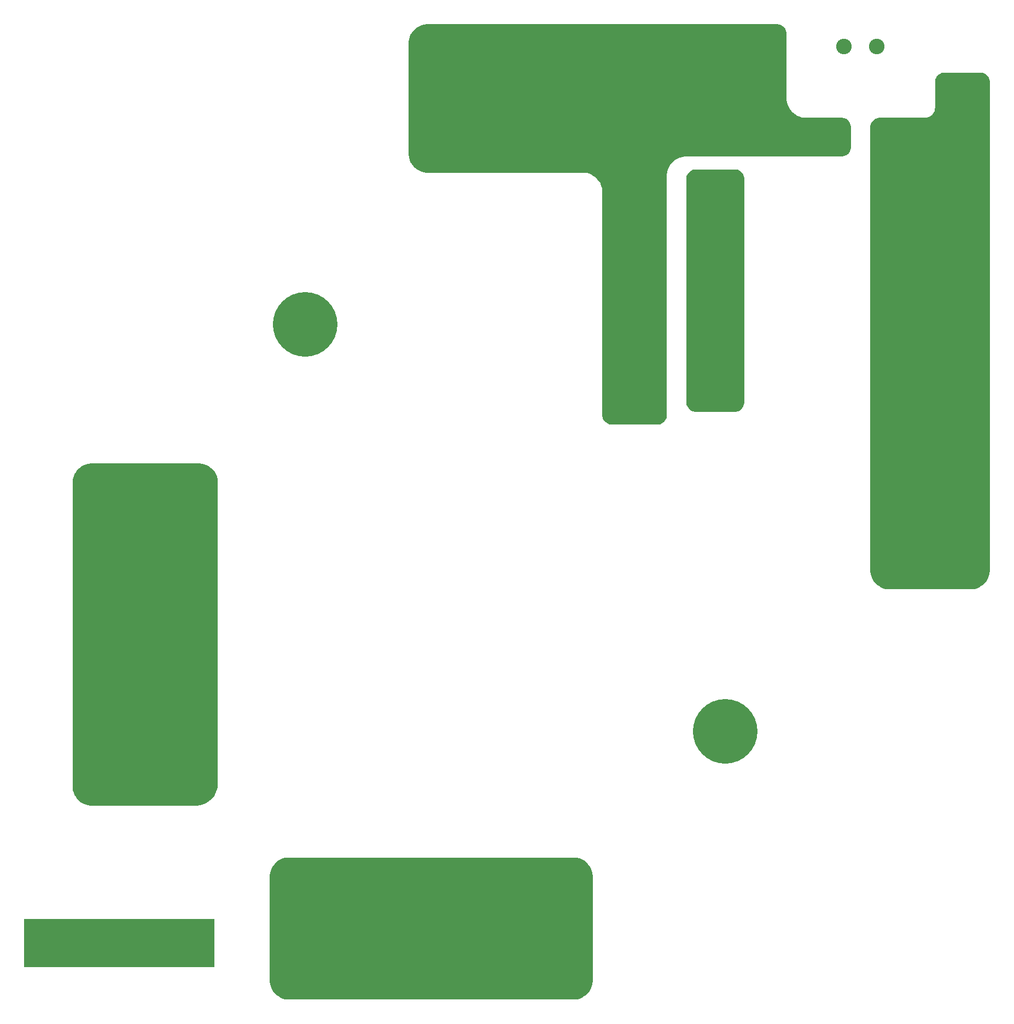
<source format=gbl>
G04 Layer_Physical_Order=2*
G04 Layer_Color=16711680*
%FSLAX44Y44*%
%MOMM*%
G71*
G01*
G75*
%ADD11C,2.0000*%
%ADD12C,2.5000*%
%ADD13C,2.0320*%
%ADD14C,2.4130*%
%ADD15C,7.0000*%
%ADD16C,10.0000*%
%ADD17C,0.9000*%
%ADD18R,29.5000X7.5000*%
G36*
X295000Y880000D02*
X296966D01*
X300865Y879487D01*
X304664Y878469D01*
X308297Y876964D01*
X311703Y874997D01*
X314823Y872604D01*
X317604Y869823D01*
X319998Y866703D01*
X321964Y863297D01*
X323469Y859664D01*
X324487Y855865D01*
X325000Y851966D01*
X325000Y850000D01*
X325000D01*
X325000Y850000D01*
X325000Y385000D01*
X325000Y382706D01*
X324401Y378157D01*
X323214Y373725D01*
X321458Y369487D01*
X319164Y365513D01*
X316371Y361873D01*
X313127Y358629D01*
X309487Y355836D01*
X305513Y353542D01*
X301274Y351786D01*
X296843Y350599D01*
X292294Y350000D01*
X290000Y350000D01*
X290000Y350000D01*
Y350000D01*
X130000Y350000D01*
X128034Y350000D01*
X124135Y350513D01*
X120336Y351531D01*
X116703Y353036D01*
X113297Y355002D01*
X110177Y357396D01*
X107396Y360177D01*
X105002Y363297D01*
X103036Y366703D01*
X101531Y370336D01*
X100513Y374135D01*
X100000Y378034D01*
X100000Y380000D01*
X100000Y380000D01*
Y850000D01*
Y851966D01*
X100513Y855865D01*
X101531Y859664D01*
X103036Y863297D01*
X105002Y866703D01*
X107396Y869823D01*
X110177Y872604D01*
X113297Y874997D01*
X116703Y876964D01*
X120336Y878469D01*
X124135Y879487D01*
X128034Y880000D01*
X130000D01*
X130000Y880000D01*
X295000Y880000D01*
D02*
G37*
G36*
X875000Y270000D02*
X875000Y270000D01*
X876966D01*
X880865Y269487D01*
X884664Y268469D01*
X888297Y266964D01*
X891703Y264998D01*
X894823Y262603D01*
X897604Y259823D01*
X899998Y256703D01*
X901964Y253297D01*
X903469Y249664D01*
X904487Y245865D01*
X905000Y241966D01*
Y240000D01*
Y80000D01*
X905000Y80000D01*
X905000Y78034D01*
X904487Y74135D01*
X903469Y70336D01*
X901964Y66703D01*
X899998Y63297D01*
X897604Y60177D01*
X894823Y57396D01*
X891703Y55002D01*
X888297Y53036D01*
X884664Y51531D01*
X880865Y50513D01*
X876966Y50000D01*
X875000Y50000D01*
X435000Y50000D01*
X435000Y50000D01*
X433033D01*
X429134Y50513D01*
X425336Y51531D01*
X421703Y53036D01*
X418297Y55002D01*
X415177Y57396D01*
X412396Y60177D01*
X410002Y63297D01*
X408036Y66703D01*
X406531Y70336D01*
X405513Y74135D01*
X405000Y78034D01*
X405000Y80000D01*
X405000Y240000D01*
X405000Y240000D01*
X405000Y240000D01*
X405000Y241966D01*
X405513Y245865D01*
X406531Y249664D01*
X408036Y253297D01*
X410002Y256703D01*
X412396Y259823D01*
X415177Y262603D01*
X418297Y264998D01*
X421703Y266964D01*
X425336Y268469D01*
X429135Y269487D01*
X433034Y270000D01*
X435000Y270000D01*
X875000Y270000D01*
X875000Y270000D01*
D02*
G37*
G36*
X1125000Y1335000D02*
X1125000Y1335000D01*
X1126477Y1335000D01*
X1129375Y1334423D01*
X1132105Y1333293D01*
X1134562Y1331651D01*
X1136651Y1329562D01*
X1138293Y1327105D01*
X1139424Y1324375D01*
X1140000Y1321477D01*
Y1320000D01*
X1140000Y975000D01*
X1140000Y975000D01*
Y973523D01*
X1139424Y970625D01*
X1138293Y967895D01*
X1136651Y965438D01*
X1134562Y963349D01*
X1132105Y961707D01*
X1129375Y960576D01*
X1126477Y960000D01*
X1125000D01*
X1065000Y960000D01*
X1065000Y960000D01*
X1063523Y960000D01*
X1060625Y960576D01*
X1057895Y961707D01*
X1055438Y963349D01*
X1053349Y965438D01*
X1051707Y967895D01*
X1050576Y970625D01*
X1050000Y973522D01*
X1050000Y975000D01*
X1050000Y1320000D01*
X1050000Y1320000D01*
X1050000Y1320000D01*
X1050000Y1321477D01*
X1050576Y1324375D01*
X1051707Y1327105D01*
X1053349Y1329562D01*
X1055438Y1331651D01*
X1057895Y1333293D01*
X1060625Y1334424D01*
X1063523Y1335000D01*
X1065000Y1335000D01*
X1125000Y1335000D01*
X1125000Y1335000D01*
D02*
G37*
G36*
X1190000Y1560000D02*
X1190000Y1560000D01*
X1191477Y1560000D01*
X1194375Y1559423D01*
X1197105Y1558293D01*
X1199562Y1556651D01*
X1201651Y1554562D01*
X1203293Y1552105D01*
X1204424Y1549375D01*
X1205000Y1546477D01*
X1205000Y1545000D01*
X1205000Y1445000D01*
X1205064Y1443038D01*
X1205576Y1439147D01*
X1206592Y1435357D01*
X1208094Y1431731D01*
X1210056Y1428333D01*
X1212445Y1425219D01*
X1215219Y1422445D01*
X1218333Y1420056D01*
X1221731Y1418094D01*
X1225357Y1416592D01*
X1229147Y1415576D01*
X1233038Y1415064D01*
X1235000Y1415000D01*
X1289999D01*
X1290000Y1414999D01*
X1290000Y1414999D01*
X1291477Y1415000D01*
X1294375Y1414423D01*
X1297105Y1413293D01*
X1299562Y1411651D01*
X1301651Y1409562D01*
X1303293Y1407105D01*
X1304424Y1404375D01*
X1305000Y1401477D01*
Y1400000D01*
X1305000Y1370000D01*
X1304999Y1370000D01*
X1305000Y1368522D01*
X1304423Y1365624D01*
X1303292Y1362895D01*
X1301651Y1360438D01*
X1299562Y1358349D01*
X1297105Y1356707D01*
X1294375Y1355576D01*
X1291477Y1355000D01*
X1290000Y1355000D01*
X1235000Y1355000D01*
X1050000Y1355000D01*
X1050000Y1355000D01*
X1048038Y1354936D01*
X1044147Y1354423D01*
X1040357Y1353408D01*
X1036731Y1351906D01*
X1033333Y1349944D01*
X1030220Y1347555D01*
X1027445Y1344780D01*
X1025056Y1341667D01*
X1023094Y1338269D01*
X1021592Y1334643D01*
X1020576Y1330853D01*
X1020064Y1326962D01*
X1020000Y1325000D01*
X1020000Y955000D01*
X1020000Y955000D01*
Y953522D01*
X1019423Y950625D01*
X1018293Y947895D01*
X1016651Y945438D01*
X1014562Y943349D01*
X1012105Y941707D01*
X1009375Y940576D01*
X1006477Y940000D01*
X1005000D01*
X935000Y940000D01*
X933523Y940000D01*
X930625Y940576D01*
X927895Y941707D01*
X925438Y943349D01*
X923349Y945438D01*
X921707Y947895D01*
X920576Y950625D01*
X920000Y953523D01*
Y955000D01*
X920000Y1300000D01*
X920000Y1300000D01*
X920000Y1300000D01*
X919936Y1301962D01*
X919423Y1305853D01*
X918408Y1309643D01*
X916906Y1313269D01*
X914944Y1316667D01*
X912555Y1319780D01*
X909780Y1322555D01*
X906667Y1324944D01*
X903269Y1326906D01*
X899643Y1328408D01*
X895853Y1329424D01*
X891962Y1329936D01*
X890000Y1330000D01*
X650000Y1330000D01*
X650000Y1330000D01*
X648034D01*
X644135Y1330513D01*
X640336Y1331531D01*
X636703Y1333036D01*
X633297Y1335002D01*
X630177Y1337396D01*
X627396Y1340177D01*
X625002Y1343297D01*
X623036Y1346703D01*
X621531Y1350336D01*
X620513Y1354135D01*
X620000Y1358034D01*
X620000Y1360000D01*
X620000Y1528804D01*
X620000Y1530000D01*
X620000Y1530000D01*
X620000Y1530000D01*
X620000Y1530000D01*
X620000Y1531966D01*
X620513Y1535865D01*
X621531Y1539664D01*
X623036Y1543297D01*
X625002Y1546703D01*
X627396Y1549823D01*
X630177Y1552603D01*
X633297Y1554998D01*
X636703Y1556964D01*
X640336Y1558469D01*
X644135Y1559487D01*
X648034Y1560000D01*
X650000Y1560000D01*
X1189999Y1560000D01*
X1190000Y1560000D01*
D02*
G37*
G36*
X1505000Y1485000D02*
X1505000Y1485000D01*
X1506477Y1485000D01*
X1509375Y1484423D01*
X1512105Y1483293D01*
X1514562Y1481651D01*
X1516651Y1479562D01*
X1518293Y1477105D01*
X1519423Y1474375D01*
X1520000Y1471478D01*
X1520000Y1470000D01*
X1520000Y715000D01*
X1520000Y715000D01*
X1520000Y713033D01*
X1519486Y709135D01*
X1518469Y705336D01*
X1516964Y701703D01*
X1514997Y698297D01*
X1512603Y695177D01*
X1509823Y692396D01*
X1506703Y690002D01*
X1503297Y688036D01*
X1499664Y686531D01*
X1495865Y685513D01*
X1491966Y685000D01*
X1490000Y685000D01*
X1365000D01*
Y685000D01*
X1363034D01*
X1359135Y685513D01*
X1355336Y686531D01*
X1351703Y688036D01*
X1348297Y690002D01*
X1345177Y692396D01*
X1342396Y695177D01*
X1340002Y698297D01*
X1338036Y701703D01*
X1336531Y705336D01*
X1335513Y709135D01*
X1335000Y713034D01*
X1335000Y715000D01*
X1335000Y1400000D01*
X1335000Y1400000D01*
X1335000Y1400000D01*
X1335000Y1401477D01*
X1335576Y1404375D01*
X1336707Y1407105D01*
X1338349Y1409562D01*
X1340438Y1411651D01*
X1342895Y1413293D01*
X1345625Y1414424D01*
X1348523Y1415000D01*
X1350000Y1415000D01*
X1420000Y1415000D01*
X1420000Y1415000D01*
Y1415000D01*
X1421470Y1415072D01*
X1424354Y1415646D01*
X1427071Y1416771D01*
X1429516Y1418405D01*
X1431595Y1420484D01*
X1433229Y1422929D01*
X1434354Y1425646D01*
X1434928Y1428530D01*
X1435000Y1430000D01*
X1435000Y1468804D01*
X1435000Y1470000D01*
X1435000Y1470000D01*
X1435000Y1470000D01*
X1435000Y1470000D01*
X1435000Y1471477D01*
X1435576Y1474375D01*
X1436707Y1477105D01*
X1438349Y1479562D01*
X1440438Y1481651D01*
X1442895Y1483293D01*
X1445625Y1484424D01*
X1448523Y1485000D01*
X1450000Y1485000D01*
X1505000Y1485000D01*
X1505000Y1485000D01*
D02*
G37*
D11*
X1281900Y1385000D02*
D03*
X1358100D02*
D03*
D12*
X1075000Y995000D02*
D03*
X973000D02*
D03*
X1077000Y1100000D02*
D03*
X975000D02*
D03*
X1077000Y1205000D02*
D03*
X975000D02*
D03*
X1077000Y1310000D02*
D03*
X975000D02*
D03*
D13*
X1115000Y1255000D02*
D03*
X1490000D02*
D03*
Y1040000D02*
D03*
X1115000D02*
D03*
D14*
X174200Y450000D02*
D03*
X225000D02*
D03*
X1140000Y1409200D02*
D03*
Y1460000D02*
D03*
X480000Y155800D02*
D03*
Y105000D02*
D03*
X1484226Y1458000D02*
D03*
Y1407200D02*
D03*
X1294200Y1525000D02*
D03*
X1345000D02*
D03*
D15*
X1455068Y810068D02*
D03*
X765109Y119755D02*
D03*
X180299Y695110D02*
D03*
X739905Y1494746D02*
D03*
D16*
X1110000Y465000D02*
D03*
X460000Y1095000D02*
D03*
D17*
X426000Y66000D02*
D03*
Y86000D02*
D03*
Y106000D02*
D03*
Y126000D02*
D03*
Y146000D02*
D03*
Y166000D02*
D03*
Y186000D02*
D03*
Y206000D02*
D03*
Y226000D02*
D03*
Y246000D02*
D03*
X446000Y66000D02*
D03*
Y86000D02*
D03*
Y106000D02*
D03*
Y126000D02*
D03*
Y146000D02*
D03*
Y166000D02*
D03*
Y186000D02*
D03*
Y206000D02*
D03*
Y226000D02*
D03*
Y246000D02*
D03*
X466000Y66000D02*
D03*
Y86000D02*
D03*
Y186000D02*
D03*
Y206000D02*
D03*
Y226000D02*
D03*
Y246000D02*
D03*
X486000Y66000D02*
D03*
Y86000D02*
D03*
Y186000D02*
D03*
Y206000D02*
D03*
Y226000D02*
D03*
Y246000D02*
D03*
X506000Y66000D02*
D03*
Y86000D02*
D03*
Y106000D02*
D03*
Y126000D02*
D03*
Y146000D02*
D03*
Y166000D02*
D03*
Y186000D02*
D03*
Y206000D02*
D03*
Y226000D02*
D03*
Y246000D02*
D03*
X526000Y66000D02*
D03*
Y86000D02*
D03*
Y106000D02*
D03*
Y126000D02*
D03*
Y146000D02*
D03*
Y166000D02*
D03*
Y186000D02*
D03*
Y206000D02*
D03*
Y226000D02*
D03*
Y246000D02*
D03*
X546000Y66000D02*
D03*
Y86000D02*
D03*
Y106000D02*
D03*
Y126000D02*
D03*
Y146000D02*
D03*
Y166000D02*
D03*
Y186000D02*
D03*
Y206000D02*
D03*
Y226000D02*
D03*
Y246000D02*
D03*
X686001Y66000D02*
D03*
Y86000D02*
D03*
Y106000D02*
D03*
Y126000D02*
D03*
Y146000D02*
D03*
Y166000D02*
D03*
Y186000D02*
D03*
Y206000D02*
D03*
Y226000D02*
D03*
Y246000D02*
D03*
X706001Y66000D02*
D03*
Y86000D02*
D03*
Y106000D02*
D03*
Y126000D02*
D03*
Y146000D02*
D03*
Y166000D02*
D03*
Y186000D02*
D03*
Y206000D02*
D03*
Y226000D02*
D03*
Y246000D02*
D03*
X726001Y66000D02*
D03*
Y146000D02*
D03*
Y166000D02*
D03*
Y186000D02*
D03*
Y206000D02*
D03*
Y226000D02*
D03*
Y246000D02*
D03*
X746001Y66000D02*
D03*
Y166000D02*
D03*
Y186000D02*
D03*
Y206000D02*
D03*
Y226000D02*
D03*
Y246000D02*
D03*
X766001Y66000D02*
D03*
Y166000D02*
D03*
Y186000D02*
D03*
Y206000D02*
D03*
Y226000D02*
D03*
Y246000D02*
D03*
X786001Y66000D02*
D03*
Y166000D02*
D03*
Y186000D02*
D03*
Y206000D02*
D03*
Y226000D02*
D03*
Y246000D02*
D03*
X806001Y66000D02*
D03*
Y86000D02*
D03*
Y106000D02*
D03*
Y126000D02*
D03*
Y146000D02*
D03*
Y166000D02*
D03*
Y186000D02*
D03*
Y206000D02*
D03*
Y226000D02*
D03*
Y246000D02*
D03*
X826001Y66000D02*
D03*
Y86000D02*
D03*
Y106000D02*
D03*
Y126000D02*
D03*
Y146000D02*
D03*
Y166000D02*
D03*
Y186000D02*
D03*
Y206000D02*
D03*
Y226000D02*
D03*
Y246000D02*
D03*
X106000Y386000D02*
D03*
Y406000D02*
D03*
Y426000D02*
D03*
Y446000D02*
D03*
Y466000D02*
D03*
Y486000D02*
D03*
Y506000D02*
D03*
X126000Y386000D02*
D03*
Y406000D02*
D03*
Y426000D02*
D03*
Y446000D02*
D03*
Y466000D02*
D03*
Y486000D02*
D03*
Y506000D02*
D03*
X146000Y386000D02*
D03*
Y406000D02*
D03*
Y426000D02*
D03*
Y446000D02*
D03*
Y466000D02*
D03*
Y486000D02*
D03*
Y506000D02*
D03*
X166000Y386000D02*
D03*
Y406000D02*
D03*
Y426000D02*
D03*
Y486000D02*
D03*
Y506000D02*
D03*
X186000Y386000D02*
D03*
Y406000D02*
D03*
Y426000D02*
D03*
Y466000D02*
D03*
Y486000D02*
D03*
Y506000D02*
D03*
X206000Y386000D02*
D03*
Y406000D02*
D03*
Y426000D02*
D03*
Y446000D02*
D03*
Y466000D02*
D03*
Y486000D02*
D03*
Y506000D02*
D03*
X226000Y386000D02*
D03*
Y406000D02*
D03*
Y426000D02*
D03*
Y486000D02*
D03*
Y506000D02*
D03*
X246000Y386000D02*
D03*
Y406000D02*
D03*
Y426000D02*
D03*
Y446000D02*
D03*
Y466000D02*
D03*
Y486000D02*
D03*
Y506000D02*
D03*
X266000Y386000D02*
D03*
Y406000D02*
D03*
Y426000D02*
D03*
Y446000D02*
D03*
Y466000D02*
D03*
Y486000D02*
D03*
Y506000D02*
D03*
X286000Y386000D02*
D03*
Y406000D02*
D03*
Y426000D02*
D03*
Y446000D02*
D03*
Y466000D02*
D03*
Y486000D02*
D03*
Y506000D02*
D03*
X306000Y386000D02*
D03*
Y406000D02*
D03*
Y426000D02*
D03*
Y446000D02*
D03*
Y466000D02*
D03*
Y486000D02*
D03*
Y506000D02*
D03*
X106000Y586001D02*
D03*
Y606001D02*
D03*
Y626001D02*
D03*
Y646001D02*
D03*
Y666001D02*
D03*
Y686001D02*
D03*
Y706001D02*
D03*
Y726001D02*
D03*
Y746001D02*
D03*
X126000Y586001D02*
D03*
Y606001D02*
D03*
Y626001D02*
D03*
Y646001D02*
D03*
Y666001D02*
D03*
Y686001D02*
D03*
Y706001D02*
D03*
Y726001D02*
D03*
Y746001D02*
D03*
X146000Y586001D02*
D03*
Y606001D02*
D03*
Y626001D02*
D03*
Y646001D02*
D03*
Y726001D02*
D03*
Y746001D02*
D03*
X166000Y586001D02*
D03*
Y606001D02*
D03*
Y626001D02*
D03*
Y746001D02*
D03*
X186000Y586001D02*
D03*
Y606001D02*
D03*
Y626001D02*
D03*
Y746001D02*
D03*
X206000Y586001D02*
D03*
Y606001D02*
D03*
Y626001D02*
D03*
Y646001D02*
D03*
Y726001D02*
D03*
Y746001D02*
D03*
X226000Y586001D02*
D03*
Y606001D02*
D03*
Y626001D02*
D03*
Y646001D02*
D03*
Y666001D02*
D03*
Y686001D02*
D03*
Y706001D02*
D03*
Y726001D02*
D03*
Y746001D02*
D03*
X246000Y586001D02*
D03*
Y606001D02*
D03*
Y626001D02*
D03*
Y646001D02*
D03*
Y666001D02*
D03*
Y686001D02*
D03*
Y706001D02*
D03*
Y726001D02*
D03*
Y746001D02*
D03*
X266000Y586001D02*
D03*
Y606001D02*
D03*
Y626001D02*
D03*
Y646001D02*
D03*
Y666001D02*
D03*
Y686001D02*
D03*
Y706001D02*
D03*
Y726001D02*
D03*
Y746001D02*
D03*
X286000Y586001D02*
D03*
Y606001D02*
D03*
Y626001D02*
D03*
Y646001D02*
D03*
Y666001D02*
D03*
Y686001D02*
D03*
Y706001D02*
D03*
Y726001D02*
D03*
Y746001D02*
D03*
X306000Y586001D02*
D03*
Y606001D02*
D03*
Y626001D02*
D03*
Y646001D02*
D03*
Y666001D02*
D03*
Y686001D02*
D03*
Y706001D02*
D03*
Y726001D02*
D03*
Y746001D02*
D03*
X1346001Y706001D02*
D03*
Y726001D02*
D03*
Y746001D02*
D03*
Y766001D02*
D03*
Y786001D02*
D03*
Y806001D02*
D03*
Y826001D02*
D03*
Y846001D02*
D03*
Y866001D02*
D03*
Y886001D02*
D03*
Y906001D02*
D03*
Y926001D02*
D03*
X1366001Y706001D02*
D03*
Y726001D02*
D03*
Y746001D02*
D03*
Y766001D02*
D03*
Y786001D02*
D03*
Y806001D02*
D03*
Y826001D02*
D03*
Y846001D02*
D03*
Y866001D02*
D03*
Y886001D02*
D03*
Y906001D02*
D03*
Y926001D02*
D03*
X1386001Y706001D02*
D03*
Y726001D02*
D03*
Y746001D02*
D03*
Y766001D02*
D03*
Y786001D02*
D03*
Y806001D02*
D03*
Y826001D02*
D03*
Y846001D02*
D03*
Y866001D02*
D03*
Y886001D02*
D03*
Y906001D02*
D03*
Y926001D02*
D03*
X1406001Y706001D02*
D03*
Y726001D02*
D03*
Y746001D02*
D03*
Y766001D02*
D03*
Y786001D02*
D03*
Y806001D02*
D03*
Y826001D02*
D03*
Y846001D02*
D03*
Y866001D02*
D03*
Y886001D02*
D03*
Y906001D02*
D03*
Y926001D02*
D03*
X1426001Y706001D02*
D03*
Y726001D02*
D03*
Y746001D02*
D03*
Y766001D02*
D03*
Y866001D02*
D03*
Y886001D02*
D03*
Y906001D02*
D03*
Y926001D02*
D03*
X1446001Y706001D02*
D03*
Y726001D02*
D03*
Y746001D02*
D03*
Y766001D02*
D03*
Y866001D02*
D03*
Y886001D02*
D03*
Y906001D02*
D03*
Y926001D02*
D03*
X1466001Y706001D02*
D03*
Y726001D02*
D03*
Y746001D02*
D03*
Y766001D02*
D03*
Y866001D02*
D03*
Y886001D02*
D03*
Y906001D02*
D03*
Y926001D02*
D03*
X1486001Y706001D02*
D03*
Y726001D02*
D03*
Y746001D02*
D03*
Y766001D02*
D03*
Y866001D02*
D03*
Y886001D02*
D03*
Y906001D02*
D03*
Y926001D02*
D03*
X1506001Y706001D02*
D03*
Y726001D02*
D03*
Y746001D02*
D03*
Y766001D02*
D03*
Y786001D02*
D03*
Y846001D02*
D03*
Y866001D02*
D03*
Y886001D02*
D03*
Y906001D02*
D03*
Y926001D02*
D03*
X626001Y1366001D02*
D03*
Y1386001D02*
D03*
Y1406001D02*
D03*
Y1426001D02*
D03*
Y1446001D02*
D03*
Y1466001D02*
D03*
Y1486001D02*
D03*
Y1506001D02*
D03*
Y1526001D02*
D03*
X646001Y1346001D02*
D03*
Y1366001D02*
D03*
Y1386001D02*
D03*
Y1406001D02*
D03*
Y1426001D02*
D03*
Y1446001D02*
D03*
Y1466001D02*
D03*
Y1486001D02*
D03*
Y1506001D02*
D03*
Y1526001D02*
D03*
X666001Y1346001D02*
D03*
Y1366001D02*
D03*
Y1386001D02*
D03*
Y1406001D02*
D03*
Y1426001D02*
D03*
Y1446001D02*
D03*
Y1466001D02*
D03*
Y1486001D02*
D03*
Y1506001D02*
D03*
Y1526001D02*
D03*
X686001Y1346001D02*
D03*
Y1366001D02*
D03*
Y1386001D02*
D03*
Y1406001D02*
D03*
Y1426001D02*
D03*
Y1446001D02*
D03*
Y1466001D02*
D03*
Y1486001D02*
D03*
Y1506001D02*
D03*
Y1526001D02*
D03*
X706001Y1346001D02*
D03*
Y1366001D02*
D03*
Y1386001D02*
D03*
Y1406001D02*
D03*
Y1426001D02*
D03*
Y1446001D02*
D03*
Y1466001D02*
D03*
X726001Y1346001D02*
D03*
Y1366001D02*
D03*
Y1386001D02*
D03*
Y1406001D02*
D03*
Y1426001D02*
D03*
Y1446001D02*
D03*
X746001Y1346001D02*
D03*
Y1366001D02*
D03*
Y1386001D02*
D03*
Y1406001D02*
D03*
Y1426001D02*
D03*
Y1446001D02*
D03*
X766001Y1346001D02*
D03*
Y1366001D02*
D03*
Y1386001D02*
D03*
Y1406001D02*
D03*
Y1426001D02*
D03*
Y1446001D02*
D03*
X786001Y1346001D02*
D03*
Y1366001D02*
D03*
Y1386001D02*
D03*
Y1406001D02*
D03*
Y1426001D02*
D03*
Y1446001D02*
D03*
Y1466001D02*
D03*
X806001Y1346001D02*
D03*
Y1366001D02*
D03*
Y1386001D02*
D03*
Y1406001D02*
D03*
Y1426001D02*
D03*
Y1446001D02*
D03*
Y1466001D02*
D03*
Y1486001D02*
D03*
Y1506001D02*
D03*
Y1526001D02*
D03*
X826001Y1346001D02*
D03*
Y1366001D02*
D03*
Y1386001D02*
D03*
Y1406001D02*
D03*
Y1426001D02*
D03*
Y1446001D02*
D03*
Y1466001D02*
D03*
Y1486001D02*
D03*
Y1506001D02*
D03*
Y1526001D02*
D03*
X846001Y1346001D02*
D03*
Y1366001D02*
D03*
Y1386001D02*
D03*
Y1406001D02*
D03*
Y1426001D02*
D03*
Y1446001D02*
D03*
Y1466001D02*
D03*
Y1486001D02*
D03*
Y1506001D02*
D03*
Y1526001D02*
D03*
X1086001Y1366001D02*
D03*
Y1386001D02*
D03*
Y1406001D02*
D03*
Y1426001D02*
D03*
Y1446001D02*
D03*
Y1466001D02*
D03*
Y1486001D02*
D03*
Y1506001D02*
D03*
X1106001Y1366001D02*
D03*
Y1386001D02*
D03*
Y1406001D02*
D03*
Y1426001D02*
D03*
Y1446001D02*
D03*
Y1466001D02*
D03*
Y1486001D02*
D03*
Y1506001D02*
D03*
X1126001Y1366001D02*
D03*
Y1386001D02*
D03*
Y1426001D02*
D03*
Y1446001D02*
D03*
Y1486001D02*
D03*
Y1506001D02*
D03*
X1146001Y1366001D02*
D03*
Y1386001D02*
D03*
Y1486001D02*
D03*
Y1506001D02*
D03*
X1166001Y1366001D02*
D03*
Y1386001D02*
D03*
Y1406001D02*
D03*
Y1426001D02*
D03*
Y1446001D02*
D03*
Y1466001D02*
D03*
Y1486001D02*
D03*
Y1506001D02*
D03*
X1446001Y1366001D02*
D03*
Y1386001D02*
D03*
Y1406001D02*
D03*
Y1426001D02*
D03*
Y1446001D02*
D03*
Y1466001D02*
D03*
X1466001Y1366001D02*
D03*
Y1386001D02*
D03*
Y1406001D02*
D03*
Y1426001D02*
D03*
Y1446001D02*
D03*
Y1466001D02*
D03*
X1486001Y1366001D02*
D03*
Y1386001D02*
D03*
Y1426001D02*
D03*
X1506001Y1366001D02*
D03*
Y1386001D02*
D03*
Y1406001D02*
D03*
Y1426001D02*
D03*
Y1446001D02*
D03*
Y1466001D02*
D03*
D18*
X172500Y137500D02*
D03*
M02*

</source>
